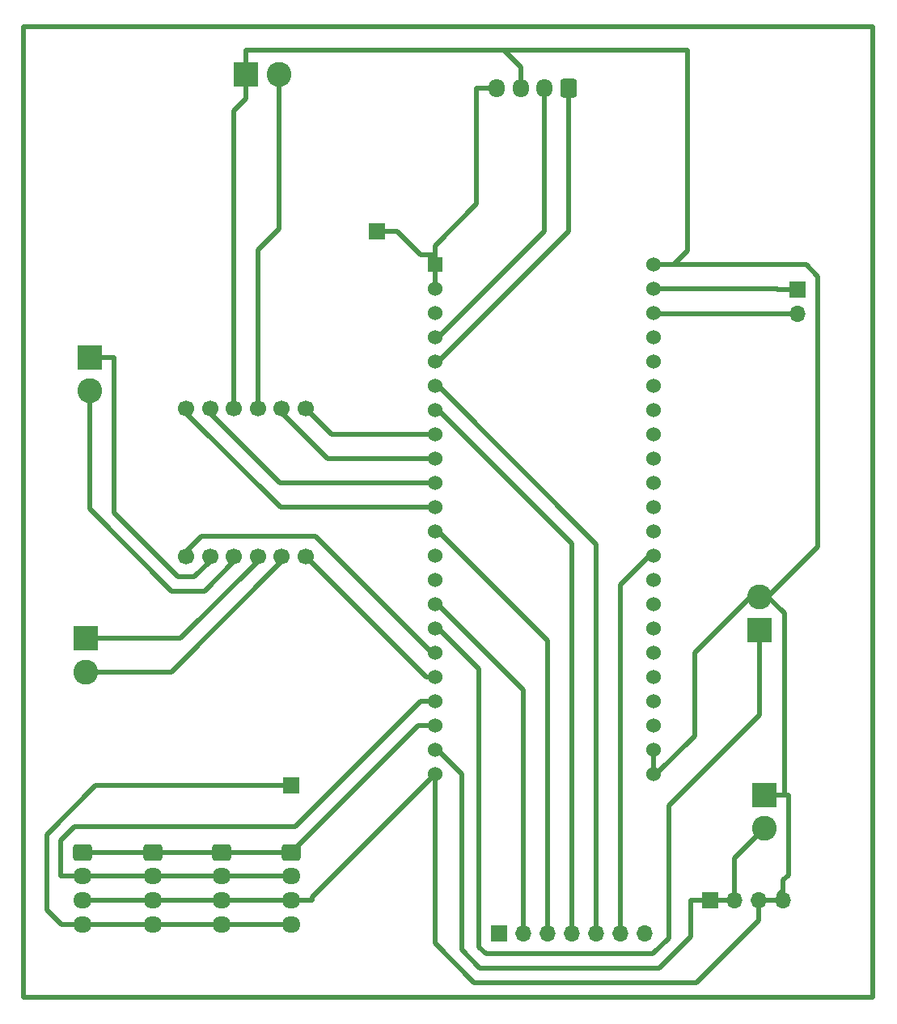
<source format=gbr>
%TF.GenerationSoftware,KiCad,Pcbnew,8.0.1*%
%TF.CreationDate,2024-11-21T16:43:07-05:00*%
%TF.ProjectId,SensorPCB,53656e73-6f72-4504-9342-2e6b69636164,rev?*%
%TF.SameCoordinates,Original*%
%TF.FileFunction,Copper,L1,Top*%
%TF.FilePolarity,Positive*%
%FSLAX46Y46*%
G04 Gerber Fmt 4.6, Leading zero omitted, Abs format (unit mm)*
G04 Created by KiCad (PCBNEW 8.0.1) date 2024-11-21 16:43:07*
%MOMM*%
%LPD*%
G01*
G04 APERTURE LIST*
G04 Aperture macros list*
%AMRoundRect*
0 Rectangle with rounded corners*
0 $1 Rounding radius*
0 $2 $3 $4 $5 $6 $7 $8 $9 X,Y pos of 4 corners*
0 Add a 4 corners polygon primitive as box body*
4,1,4,$2,$3,$4,$5,$6,$7,$8,$9,$2,$3,0*
0 Add four circle primitives for the rounded corners*
1,1,$1+$1,$2,$3*
1,1,$1+$1,$4,$5*
1,1,$1+$1,$6,$7*
1,1,$1+$1,$8,$9*
0 Add four rect primitives between the rounded corners*
20,1,$1+$1,$2,$3,$4,$5,0*
20,1,$1+$1,$4,$5,$6,$7,0*
20,1,$1+$1,$6,$7,$8,$9,0*
20,1,$1+$1,$8,$9,$2,$3,0*%
G04 Aperture macros list end*
%TA.AperFunction,ComponentPad*%
%ADD10RoundRect,0.250000X-0.725000X0.600000X-0.725000X-0.600000X0.725000X-0.600000X0.725000X0.600000X0*%
%TD*%
%TA.AperFunction,ComponentPad*%
%ADD11O,1.950000X1.700000*%
%TD*%
%TA.AperFunction,ComponentPad*%
%ADD12R,1.700000X1.700000*%
%TD*%
%TA.AperFunction,ComponentPad*%
%ADD13O,1.700000X1.700000*%
%TD*%
%TA.AperFunction,ComponentPad*%
%ADD14C,1.700000*%
%TD*%
%TA.AperFunction,ComponentPad*%
%ADD15R,1.530000X1.530000*%
%TD*%
%TA.AperFunction,ComponentPad*%
%ADD16C,1.530000*%
%TD*%
%TA.AperFunction,ComponentPad*%
%ADD17R,2.600000X2.600000*%
%TD*%
%TA.AperFunction,ComponentPad*%
%ADD18C,2.600000*%
%TD*%
%TA.AperFunction,ComponentPad*%
%ADD19RoundRect,0.250000X0.600000X0.725000X-0.600000X0.725000X-0.600000X-0.725000X0.600000X-0.725000X0*%
%TD*%
%TA.AperFunction,ComponentPad*%
%ADD20O,1.700000X1.950000*%
%TD*%
%TA.AperFunction,Conductor*%
%ADD21C,0.500000*%
%TD*%
%TA.AperFunction,Profile*%
%ADD22C,0.499999*%
%TD*%
G04 APERTURE END LIST*
D10*
%TO.P,J5,1,Pin_1*%
%TO.N,/SDA*%
X39650000Y-106500000D03*
D11*
%TO.P,J5,2,Pin_2*%
%TO.N,/SCL*%
X39650000Y-109000000D03*
%TO.P,J5,3,Pin_3*%
%TO.N,GND*%
X39650000Y-111500000D03*
%TO.P,J5,4,Pin_4*%
%TO.N,/JUMP*%
X39650000Y-114000000D03*
%TD*%
D10*
%TO.P,J4,1,Pin_1*%
%TO.N,/SDA*%
X47000000Y-106500000D03*
D11*
%TO.P,J4,2,Pin_2*%
%TO.N,/SCL*%
X47000000Y-109000000D03*
%TO.P,J4,3,Pin_3*%
%TO.N,GND*%
X47000000Y-111500000D03*
%TO.P,J4,4,Pin_4*%
%TO.N,/JUMP*%
X47000000Y-114000000D03*
%TD*%
D10*
%TO.P,J3,1,Pin_1*%
%TO.N,/SDA*%
X54200000Y-106500000D03*
D11*
%TO.P,J3,2,Pin_2*%
%TO.N,/SCL*%
X54200000Y-109000000D03*
%TO.P,J3,3,Pin_3*%
%TO.N,GND*%
X54200000Y-111500000D03*
%TO.P,J3,4,Pin_4*%
%TO.N,/JUMP*%
X54200000Y-114000000D03*
%TD*%
D10*
%TO.P,J2,1,Pin_1*%
%TO.N,/SDA*%
X61500000Y-106500000D03*
D11*
%TO.P,J2,2,Pin_2*%
%TO.N,/SCL*%
X61500000Y-109000000D03*
%TO.P,J2,3,Pin_3*%
%TO.N,GND*%
X61500000Y-111500000D03*
%TO.P,J2,4,Pin_4*%
%TO.N,/JUMP*%
X61500000Y-114000000D03*
%TD*%
D12*
%TO.P,J15,1,Pin_1*%
%TO.N,/JUMP*%
X61500000Y-99500000D03*
%TD*%
%TO.P,J14,1,Pin_1*%
%TO.N,VCC*%
X70500000Y-41500000D03*
%TD*%
D13*
%TO.P,J8,7,Pin_7*%
%TO.N,unconnected-(J8-Pin_7-Pad7)*%
X98500000Y-115000000D03*
%TO.P,J8,6,Pin_6*%
%TO.N,/Dig2*%
X95960000Y-115000000D03*
%TO.P,J8,5,Pin_5*%
%TO.N,/An5*%
X93420000Y-115000000D03*
%TO.P,J8,4,Pin_4*%
%TO.N,/An4*%
X90880000Y-115000000D03*
%TO.P,J8,3,Pin_3*%
%TO.N,/An3*%
X88340000Y-115000000D03*
%TO.P,J8,2,Pin_2*%
%TO.N,/An2*%
X85800000Y-115000000D03*
D12*
%TO.P,J8,1,Pin_1*%
%TO.N,/An1*%
X83260000Y-115000000D03*
%TD*%
D14*
%TO.P,U2,1,EEP*%
%TO.N,/EEP*%
X50500000Y-75500000D03*
%TO.P,U2,2,OUT1*%
%TO.N,Net-(J10-Pin_1)*%
X53000000Y-75500000D03*
%TO.P,U2,3,OUT2*%
%TO.N,Net-(J10-Pin_2)*%
X55500000Y-75500000D03*
%TO.P,U2,4,OUT3*%
%TO.N,Net-(J11-Pin_1)*%
X58000000Y-75500000D03*
%TO.P,U2,5,OUT4*%
%TO.N,Net-(J11-Pin_2)*%
X60500000Y-75500000D03*
%TO.P,U2,6,ULT*%
%TO.N,/ULT*%
X63000000Y-75500000D03*
%TO.P,U2,7,IN1*%
%TO.N,/MotA*%
X50500000Y-60000000D03*
%TO.P,U2,8,IN2*%
%TO.N,/MotB*%
X53000000Y-60000000D03*
%TO.P,U2,9,GND*%
%TO.N,GND*%
X55500000Y-60000000D03*
%TO.P,U2,10,VCC*%
%TO.N,+7.5V*%
X58000000Y-60000000D03*
%TO.P,U2,11,IN3*%
%TO.N,/MotC*%
X60500000Y-60000000D03*
%TO.P,U2,12,IN4*%
%TO.N,/MotD*%
X63000000Y-60000000D03*
%TD*%
D15*
%TO.P,U1,J1_1,3V3*%
%TO.N,VCC*%
X76540500Y-44985000D03*
D16*
%TO.P,U1,J1_2,3V3*%
X76540500Y-47525000D03*
%TO.P,U1,J1_3,RST*%
%TO.N,unconnected-(U1-RST-PadJ1_3)*%
X76540500Y-50065000D03*
%TO.P,U1,J1_4,GPIO4*%
%TO.N,/Volt*%
X76540500Y-52605000D03*
%TO.P,U1,J1_5,GPIO5*%
%TO.N,/Curr*%
X76540500Y-55145000D03*
%TO.P,U1,J1_6,GPIO6*%
%TO.N,/An5*%
X76540500Y-57685000D03*
%TO.P,U1,J1_7,GPIO7*%
%TO.N,/An4*%
X76540500Y-60225000D03*
%TO.P,U1,J1_8,GPIO15*%
%TO.N,/MotD*%
X76540500Y-62765000D03*
%TO.P,U1,J1_9,GPIO16*%
%TO.N,/MotC*%
X76540500Y-65305000D03*
%TO.P,U1,J1_10,GPIO17*%
%TO.N,/MotB*%
X76540500Y-67845000D03*
%TO.P,U1,J1_11,GPIO18*%
%TO.N,/MotA*%
X76540500Y-70385000D03*
%TO.P,U1,J1_12,GPIO8*%
%TO.N,/An3*%
X76540500Y-72925000D03*
%TO.P,U1,J1_13,GPIO3*%
%TO.N,unconnected-(U1-GPIO3-PadJ1_13)*%
X76540500Y-75465000D03*
%TO.P,U1,J1_14,GPIO46*%
%TO.N,unconnected-(U1-GPIO46-PadJ1_14)*%
X76540500Y-78005000D03*
%TO.P,U1,J1_15,GPIO9*%
%TO.N,/An2*%
X76540500Y-80545000D03*
%TO.P,U1,J1_16,GPIO10*%
%TO.N,/NeoPixel*%
X76540500Y-83085000D03*
%TO.P,U1,J1_17,GPIO11*%
%TO.N,/EEP*%
X76540500Y-85625000D03*
%TO.P,U1,J1_18,GPIO12*%
%TO.N,/ULT*%
X76540500Y-88165000D03*
%TO.P,U1,J1_19,GPIO13*%
%TO.N,/SCL*%
X76540500Y-90705000D03*
%TO.P,U1,J1_20,GPIO14*%
%TO.N,/SDA*%
X76540500Y-93245000D03*
%TO.P,U1,J1_21,5V0*%
%TO.N,+5V*%
X76540500Y-95785000D03*
%TO.P,U1,J1_22,GND*%
%TO.N,GND*%
X76540500Y-98325000D03*
%TO.P,U1,J3_1,GND*%
X99400500Y-44985000D03*
%TO.P,U1,J3_2,U0TXD/GPIO43*%
%TO.N,Net-(J1-Pin_1)*%
X99400500Y-47525000D03*
%TO.P,U1,J3_3,U0RXD/GPIO44*%
%TO.N,Net-(J1-Pin_2)*%
X99400500Y-50065000D03*
%TO.P,U1,J3_4,GPIO1*%
%TO.N,unconnected-(U1-GPIO1-PadJ3_4)*%
X99400500Y-52605000D03*
%TO.P,U1,J3_5,GPIO2*%
%TO.N,unconnected-(U1-GPIO2-PadJ3_5)*%
X99400500Y-55145000D03*
%TO.P,U1,J3_6,MTMS/GPIO42*%
%TO.N,unconnected-(U1-MTMS{slash}GPIO42-PadJ3_6)*%
X99400500Y-57685000D03*
%TO.P,U1,J3_7,MTDI/GPIO41*%
%TO.N,unconnected-(U1-MTDI{slash}GPIO41-PadJ3_7)*%
X99400500Y-60225000D03*
%TO.P,U1,J3_8,MTDO/GPIO40*%
%TO.N,unconnected-(U1-MTDO{slash}GPIO40-PadJ3_8)*%
X99400500Y-62765000D03*
%TO.P,U1,J3_9,MTCK/GPIO39*%
%TO.N,unconnected-(U1-MTCK{slash}GPIO39-PadJ3_9)*%
X99400500Y-65305000D03*
%TO.P,U1,J3_10,GPIO38*%
%TO.N,unconnected-(U1-GPIO38-PadJ3_10)*%
X99400500Y-67845000D03*
%TO.P,U1,J3_11,GPIO37*%
%TO.N,unconnected-(U1-GPIO37-PadJ3_11)*%
X99400500Y-70385000D03*
%TO.P,U1,J3_12,GPIO36*%
%TO.N,unconnected-(U1-GPIO36-PadJ3_12)*%
X99400500Y-72925000D03*
%TO.P,U1,J3_13,GPIO35*%
%TO.N,/Dig2*%
X99400500Y-75465000D03*
%TO.P,U1,J3_14,GPIO0*%
%TO.N,unconnected-(U1-GPIO0-PadJ3_14)*%
X99400500Y-78005000D03*
%TO.P,U1,J3_15,GPIO45*%
%TO.N,unconnected-(U1-GPIO45-PadJ3_15)*%
X99400500Y-80545000D03*
%TO.P,U1,J3_16,GPIO48*%
%TO.N,unconnected-(U1-GPIO48-PadJ3_16)*%
X99400500Y-83085000D03*
%TO.P,U1,J3_17,GPIO47*%
%TO.N,unconnected-(U1-GPIO47-PadJ3_17)*%
X99400500Y-85625000D03*
%TO.P,U1,J3_18,GPIO21*%
%TO.N,unconnected-(U1-GPIO21-PadJ3_18)*%
X99400500Y-88165000D03*
%TO.P,U1,J3_19,USB_D+/GPIO20*%
%TO.N,unconnected-(U1-USB_D+{slash}GPIO20-PadJ3_19)*%
X99400500Y-90705000D03*
%TO.P,U1,J3_20,USB_D-/GPIO19*%
%TO.N,unconnected-(U1-USB_D-{slash}GPIO19-PadJ3_20)*%
X99400500Y-93245000D03*
%TO.P,U1,J3_21,GND*%
%TO.N,GND*%
X99400500Y-95785000D03*
%TO.P,U1,J3_22,GND*%
X99400500Y-98325000D03*
%TD*%
D12*
%TO.P,J13,1,Pin_1*%
%TO.N,+5V*%
X105380000Y-111500000D03*
D13*
%TO.P,J13,2,Pin_2*%
X107920000Y-111500000D03*
%TO.P,J13,3,Pin_3*%
%TO.N,GND*%
X110460000Y-111500000D03*
%TO.P,J13,4,Pin_4*%
X113000000Y-111500000D03*
%TD*%
D17*
%TO.P,J12,1,Pin_1*%
%TO.N,GND*%
X111000000Y-100500000D03*
D18*
%TO.P,J12,2,Pin_2*%
%TO.N,+5V*%
X111000000Y-104000000D03*
%TD*%
%TO.P,J11,2,Pin_2*%
%TO.N,Net-(J11-Pin_2)*%
X40000000Y-87600000D03*
D17*
%TO.P,J11,1,Pin_1*%
%TO.N,Net-(J11-Pin_1)*%
X40000000Y-84100000D03*
%TD*%
%TO.P,J10,1,Pin_1*%
%TO.N,Net-(J10-Pin_1)*%
X40400000Y-54650000D03*
D18*
%TO.P,J10,2,Pin_2*%
%TO.N,Net-(J10-Pin_2)*%
X40400000Y-58150000D03*
%TD*%
D17*
%TO.P,J9,1,Pin_1*%
%TO.N,GND*%
X56750000Y-25045000D03*
D18*
%TO.P,J9,2,Pin_2*%
%TO.N,+7.5V*%
X60250000Y-25045000D03*
%TD*%
D19*
%TO.P,J7,1,Pin_1*%
%TO.N,/Curr*%
X90500000Y-26500000D03*
D20*
%TO.P,J7,2,Pin_2*%
%TO.N,/Volt*%
X88000000Y-26500000D03*
%TO.P,J7,3,Pin_3*%
%TO.N,GND*%
X85500000Y-26500000D03*
%TO.P,J7,4,Pin_4*%
%TO.N,VCC*%
X83000000Y-26500000D03*
%TD*%
D17*
%TO.P,J6,1,Pin_1*%
%TO.N,/NeoPixel*%
X110500000Y-83250000D03*
D18*
%TO.P,J6,2,Pin_2*%
%TO.N,GND*%
X110500000Y-79750000D03*
%TD*%
D12*
%TO.P,J1,1,Pin_1*%
%TO.N,Net-(J1-Pin_1)*%
X114500000Y-47560000D03*
D13*
%TO.P,J1,2,Pin_2*%
%TO.N,Net-(J1-Pin_2)*%
X114500000Y-50100000D03*
%TD*%
D21*
%TO.N,GND*%
X103000000Y-22500000D02*
X83506700Y-22500000D01*
X103000000Y-43500000D02*
X103000000Y-22500000D01*
X83506700Y-22500000D02*
X83500000Y-22493300D01*
X101515000Y-44985000D02*
X103000000Y-43500000D01*
X99400500Y-44985000D02*
X101515000Y-44985000D01*
X56750000Y-22493300D02*
X83500000Y-22493300D01*
X83500000Y-22493300D02*
X83720000Y-22493300D01*
%TO.N,/JUMP*%
X61500000Y-114000000D02*
X59273300Y-114000000D01*
X56426700Y-114000000D02*
X59273300Y-114000000D01*
X55313400Y-114000000D02*
X56426700Y-114000000D01*
X55313400Y-114000000D02*
X54200000Y-114000000D01*
X54200000Y-114000000D02*
X47000000Y-114000000D01*
X47000000Y-114000000D02*
X39650000Y-114000000D01*
X39650000Y-114000000D02*
X37423300Y-114000000D01*
X35902900Y-112479600D02*
X37423300Y-114000000D01*
X35902900Y-104612200D02*
X35902900Y-112479600D01*
X41015100Y-99500000D02*
X35902900Y-104612200D01*
X61500000Y-99500000D02*
X41015100Y-99500000D01*
%TO.N,/MotB*%
X53000000Y-60498200D02*
X53000000Y-60000000D01*
X60346800Y-67845000D02*
X53000000Y-60498200D01*
X76540500Y-67845000D02*
X60346800Y-67845000D01*
%TO.N,/EEP*%
X50500000Y-74981700D02*
X50500000Y-75500000D01*
X52085200Y-73396500D02*
X50500000Y-74981700D01*
X64000100Y-73396500D02*
X52085200Y-73396500D01*
X76228600Y-85625000D02*
X64000100Y-73396500D01*
X76540500Y-85625000D02*
X76228600Y-85625000D01*
%TO.N,/ULT*%
X75665000Y-88165000D02*
X63000000Y-75500000D01*
X76540500Y-88165000D02*
X75665000Y-88165000D01*
%TO.N,/MotC*%
X60500000Y-60476800D02*
X60500000Y-60000000D01*
X65328200Y-65305000D02*
X60500000Y-60476800D01*
X76540500Y-65305000D02*
X65328200Y-65305000D01*
%TO.N,/MotD*%
X65765000Y-62765000D02*
X63000000Y-60000000D01*
X76540500Y-62765000D02*
X65765000Y-62765000D01*
%TO.N,/MotA*%
X60393300Y-70385000D02*
X76540500Y-70385000D01*
X50500000Y-60491700D02*
X60393300Y-70385000D01*
X50500000Y-60000000D02*
X50500000Y-60491700D01*
%TO.N,+5V*%
X107920000Y-107080000D02*
X107920000Y-111500000D01*
X111000000Y-104000000D02*
X107920000Y-107080000D01*
X107920000Y-111500000D02*
X107481700Y-111500000D01*
X106430900Y-111500000D02*
X107481700Y-111500000D01*
X106430900Y-111500000D02*
X105380000Y-111500000D01*
X105380000Y-111500000D02*
X103278300Y-111500000D01*
X103278300Y-115331400D02*
X103278300Y-111500000D01*
X99998900Y-118610800D02*
X103278300Y-115331400D01*
X81254900Y-118610800D02*
X99998900Y-118610800D01*
X79347400Y-116703300D02*
X81254900Y-118610800D01*
X79347400Y-98274600D02*
X79347400Y-116703300D01*
X76857800Y-95785000D02*
X79347400Y-98274600D01*
X76540500Y-95785000D02*
X76857800Y-95785000D01*
%TO.N,Net-(J11-Pin_2)*%
X60500000Y-76023600D02*
X60500000Y-75500000D01*
X48923600Y-87600000D02*
X60500000Y-76023600D01*
X40000000Y-87600000D02*
X48923600Y-87600000D01*
%TO.N,Net-(J11-Pin_1)*%
X58000000Y-76031100D02*
X58000000Y-75500000D01*
X49931100Y-84100000D02*
X58000000Y-76031100D01*
X40000000Y-84100000D02*
X49931100Y-84100000D01*
%TO.N,Net-(J10-Pin_1)*%
X42951700Y-70954000D02*
X42951700Y-54650000D01*
X49619700Y-77622000D02*
X42951700Y-70954000D01*
X51369700Y-77622000D02*
X49619700Y-77622000D01*
X53000000Y-75991700D02*
X51369700Y-77622000D01*
X53000000Y-75500000D02*
X53000000Y-75991700D01*
X40400000Y-54650000D02*
X42951700Y-54650000D01*
%TO.N,Net-(J10-Pin_2)*%
X55500000Y-76027200D02*
X55500000Y-75500000D01*
X52403500Y-79123700D02*
X55500000Y-76027200D01*
X48997600Y-79123700D02*
X52403500Y-79123700D01*
X40400000Y-70526100D02*
X48997600Y-79123700D01*
X40400000Y-58150000D02*
X40400000Y-70526100D01*
%TO.N,+7.5V*%
X58000000Y-43467700D02*
X58000000Y-60000000D01*
X60250000Y-41217700D02*
X58000000Y-43467700D01*
X60250000Y-25045000D02*
X60250000Y-41217700D01*
%TO.N,/An4*%
X90880000Y-74186700D02*
X90880000Y-115000000D01*
X76918300Y-60225000D02*
X90880000Y-74186700D01*
X76540500Y-60225000D02*
X76918300Y-60225000D01*
%TO.N,/Dig2*%
X98993800Y-75465000D02*
X99400500Y-75465000D01*
X95960000Y-78498800D02*
X98993800Y-75465000D01*
X95960000Y-115000000D02*
X95960000Y-78498800D01*
%TO.N,/An3*%
X88340000Y-84346700D02*
X88340000Y-115000000D01*
X76918300Y-72925000D02*
X88340000Y-84346700D01*
X76540500Y-72925000D02*
X76918300Y-72925000D01*
%TO.N,/An5*%
X93420000Y-74210000D02*
X93420000Y-115000000D01*
X76895000Y-57685000D02*
X93420000Y-74210000D01*
X76540500Y-57685000D02*
X76895000Y-57685000D01*
%TO.N,/An2*%
X76854700Y-80545000D02*
X76540500Y-80545000D01*
X85800000Y-89490300D02*
X76854700Y-80545000D01*
X85800000Y-115000000D02*
X85800000Y-89490300D01*
%TO.N,/Volt*%
X76872600Y-52605000D02*
X76540500Y-52605000D01*
X88000000Y-41477600D02*
X76872600Y-52605000D01*
X88000000Y-26500000D02*
X88000000Y-41477600D01*
%TO.N,/Curr*%
X76872600Y-55145000D02*
X76540500Y-55145000D01*
X90500000Y-41517600D02*
X76872600Y-55145000D01*
X90500000Y-26500000D02*
X90500000Y-41517600D01*
%TO.N,/NeoPixel*%
X110500000Y-92118300D02*
X110500000Y-83250000D01*
X101025000Y-101593300D02*
X110500000Y-92118300D01*
X101025000Y-115460900D02*
X101025000Y-101593300D01*
X99376800Y-117109100D02*
X101025000Y-115460900D01*
X81877000Y-117109100D02*
X99376800Y-117109100D01*
X81139200Y-116371300D02*
X81877000Y-117109100D01*
X81139200Y-87293600D02*
X81139200Y-116371300D01*
X76930600Y-83085000D02*
X81139200Y-87293600D01*
X76540500Y-83085000D02*
X76930600Y-83085000D01*
%TO.N,/SCL*%
X55313400Y-109000000D02*
X56426700Y-109000000D01*
X55313400Y-109000000D02*
X54200000Y-109000000D01*
X54200000Y-109000000D02*
X47000000Y-109000000D01*
X47000000Y-109000000D02*
X39650000Y-109000000D01*
X59273300Y-109000000D02*
X56426700Y-109000000D01*
X60883900Y-109000000D02*
X59273300Y-109000000D01*
X61500000Y-109000000D02*
X60883900Y-109000000D01*
X37404600Y-108981300D02*
X37423300Y-109000000D01*
X37404600Y-105234300D02*
X37404600Y-108981300D01*
X38844100Y-103794800D02*
X37404600Y-105234300D01*
X61944000Y-103794800D02*
X38844100Y-103794800D01*
X75033800Y-90705000D02*
X61944000Y-103794800D01*
X76540500Y-90705000D02*
X75033800Y-90705000D01*
X39650000Y-109000000D02*
X37423300Y-109000000D01*
%TO.N,/SDA*%
X47000000Y-106500000D02*
X39650000Y-106500000D01*
X47000000Y-106500000D02*
X54200000Y-106500000D01*
X54200000Y-106500000D02*
X61500000Y-106500000D01*
X74755000Y-93245000D02*
X76540500Y-93245000D01*
X61500000Y-106500000D02*
X74755000Y-93245000D01*
%TO.N,GND*%
X55500000Y-28846700D02*
X55500000Y-60000000D01*
X56750000Y-27596700D02*
X55500000Y-28846700D01*
X113551700Y-108846600D02*
X113000000Y-109398300D01*
X113551700Y-100500000D02*
X113551700Y-108846600D01*
X113000000Y-111500000D02*
X113000000Y-110449100D01*
X113000000Y-110449100D02*
X113000000Y-109398300D01*
X112561700Y-110887400D02*
X112561700Y-111500000D01*
X113000000Y-110449100D02*
X112561700Y-110887400D01*
X110460000Y-111500000D02*
X112561700Y-111500000D01*
X111000000Y-100500000D02*
X112925900Y-100500000D01*
X113050200Y-100500000D02*
X113551700Y-100500000D01*
X112925900Y-100500000D02*
X113050200Y-100500000D01*
X99400500Y-98325000D02*
X99400500Y-95785000D01*
X56750000Y-25522200D02*
X56750000Y-27596700D01*
X56750000Y-25522200D02*
X56750000Y-25045000D01*
X83720000Y-22493300D02*
X85500000Y-24273300D01*
X56750000Y-25045000D02*
X56750000Y-22493300D01*
X61732900Y-111500000D02*
X63726700Y-111500000D01*
X61732900Y-111500000D02*
X61500000Y-111500000D01*
X61500000Y-111500000D02*
X56426700Y-111500000D01*
X55313400Y-111500000D02*
X56426700Y-111500000D01*
X55313400Y-111500000D02*
X54200000Y-111500000D01*
X54200000Y-111500000D02*
X47000000Y-111500000D01*
X47000000Y-111500000D02*
X39650000Y-111500000D01*
X110460000Y-111500000D02*
X110460000Y-113601700D01*
X85500000Y-26500000D02*
X85500000Y-24648600D01*
X85500000Y-24648600D02*
X85500000Y-24273800D01*
X63726700Y-111138800D02*
X76540500Y-98325000D01*
X63726700Y-111500000D02*
X63726700Y-111138800D01*
X103949200Y-120112500D02*
X110460000Y-113601700D01*
X80632800Y-120112500D02*
X103949200Y-120112500D01*
X76540500Y-116020200D02*
X80632800Y-120112500D01*
X76540500Y-98325000D02*
X76540500Y-116020200D01*
X109578400Y-79750000D02*
X110500000Y-79750000D01*
X103739200Y-85589200D02*
X109578400Y-79750000D01*
X103739200Y-94304100D02*
X103739200Y-85589200D01*
X99718300Y-98325000D02*
X103739200Y-94304100D01*
X99400500Y-98325000D02*
X99718300Y-98325000D01*
X110500000Y-79750000D02*
X111403500Y-79750000D01*
X113126900Y-100423300D02*
X113050200Y-100500000D01*
X113126900Y-81473400D02*
X113126900Y-100423300D01*
X111403500Y-79750000D02*
X113126900Y-81473400D01*
X115423400Y-44985000D02*
X113397700Y-44985000D01*
X116640500Y-46202100D02*
X115423400Y-44985000D01*
X116640500Y-74513000D02*
X116640500Y-46202100D01*
X111403500Y-79750000D02*
X116640500Y-74513000D01*
X113397700Y-44985000D02*
X112384800Y-44985000D01*
X85500000Y-24273800D02*
X85500000Y-24273500D01*
X112384800Y-44985000D02*
X111878400Y-44985000D01*
X85500000Y-24273500D02*
X85500000Y-24273400D01*
X85500000Y-24273400D02*
X85500000Y-24273300D01*
X111878400Y-44985000D02*
X111625200Y-44985000D01*
X111625200Y-44985000D02*
X111498600Y-44985000D01*
X111498600Y-44985000D02*
X111435300Y-44985000D01*
X111435300Y-44985000D02*
X111403600Y-44985000D01*
X111403600Y-44985000D02*
X111387800Y-44985000D01*
X111387800Y-44985000D02*
X111379900Y-44985000D01*
X111379900Y-44985000D02*
X111375900Y-44985000D01*
X111375900Y-44985000D02*
X111373900Y-44985000D01*
X111373900Y-44985000D02*
X111372900Y-44985000D01*
X111372900Y-44985000D02*
X111372400Y-44985000D01*
X111372400Y-44985000D02*
X111372200Y-44985000D01*
X111372200Y-44985000D02*
X111372100Y-44985000D01*
X111372100Y-44985000D02*
X111372000Y-44985000D01*
X111372000Y-44985000D02*
X99400500Y-44985000D01*
%TO.N,VCC*%
X80898300Y-38610500D02*
X76540500Y-42968300D01*
X80898300Y-26500000D02*
X80898300Y-38610500D01*
X83000000Y-26500000D02*
X80898300Y-26500000D01*
X76540500Y-47525000D02*
X76540500Y-44985000D01*
X76540500Y-44985000D02*
X76540500Y-43976600D01*
X76540500Y-43976600D02*
X76540500Y-42968300D01*
X75078300Y-43976600D02*
X72601700Y-41500000D01*
X76540500Y-43976600D02*
X75078300Y-43976600D01*
X70500000Y-41500000D02*
X72601700Y-41500000D01*
%TO.N,Net-(J1-Pin_1)*%
X112363300Y-47525000D02*
X99400500Y-47525000D01*
X112398300Y-47560000D02*
X112363300Y-47525000D01*
X114500000Y-47560000D02*
X112398300Y-47560000D01*
%TO.N,Net-(J1-Pin_2)*%
X99435500Y-50100000D02*
X99400500Y-50065000D01*
X114500000Y-50100000D02*
X99435500Y-50100000D01*
%TD*%
D22*
X33500000Y-20050000D02*
X122400000Y-20050000D01*
X122400000Y-121650000D01*
X33500000Y-121650000D01*
X33500000Y-20050000D01*
M02*

</source>
